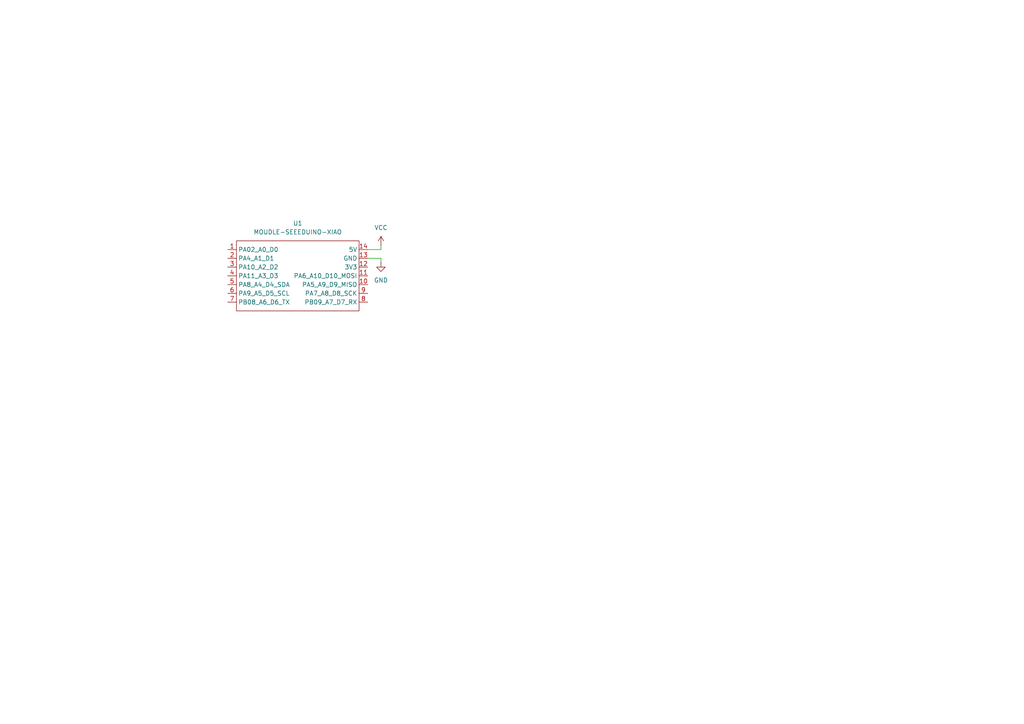
<source format=kicad_sch>
(kicad_sch (version 20231120) (generator "eeschema") (generator_version "8.0")
  (paper "A4")
  (lib_symbols
    (symbol "MOUDLE-SEEEDUINO-XIAO:MOUDLE-SEEEDUINO-XIAO"
      (property "Reference" "U" (at -16.51 11.43 0))
      (property "Value" "MOUDLE-SEEEDUINO-XIAO" (at -3.81 -11.43 0))
      (symbol "MOUDLE-SEEEDUINO-XIAO_0_1"
        (rectangle (start -16.51 10.16) (end 19.05 -10.16))
      )
      (symbol "MOUDLE-SEEEDUINO-XIAO_1_1"
        (pin passive line (at -19.05 7.62 0) (length 2.54) (name "PA02_A0_D0") (number "1"))
        (pin passive line (at 21.59 -2.54 180) (length 2.54) (name "PA5_A9_D9_MISO") (number "10"))
        (pin passive line (at 21.59 0 180) (length 2.54) (name "PA6_A10_D10_MOSI") (number "11"))
        (pin passive line (at 21.59 2.54 180) (length 2.54) (name "3V3") (number "12"))
        (pin passive line (at 21.59 5.08 180) (length 2.54) (name "GND") (number "13"))
        (pin passive line (at 21.59 7.62 180) (length 2.54) (name "5V") (number "14"))
        (pin passive line (at -19.05 5.08 0) (length 2.54) (name "PA4_A1_D1") (number "2"))
        (pin passive line (at -19.05 2.54 0) (length 2.54) (name "PA10_A2_D2") (number "3"))
        (pin passive line (at -19.05 0 0) (length 2.54) (name "PA11_A3_D3") (number "4"))
        (pin passive line (at -19.05 -2.54 0) (length 2.54) (name "PA8_A4_D4_SDA") (number "5"))
        (pin passive line (at -19.05 -5.08 0) (length 2.54) (name "PA9_A5_D5_SCL") (number "6"))
        (pin passive line (at -19.05 -7.62 0) (length 2.54) (name "PB08_A6_D6_TX") (number "7"))
        (pin passive line (at 21.59 -7.62 180) (length 2.54) (name "PB09_A7_D7_RX") (number "8"))
        (pin passive line (at 21.59 -5.08 180) (length 2.54) (name "PA7_A8_D8_SCK") (number "9"))
      )
    )
    (symbol "power:GND" (power) (pin_numbers hide) (pin_names (offset 0) hide)
      (property "Value" "GND" (at 0 -3.81 0))
      (symbol "GND_0_1"
        (polyline (pts (xy 0 0) (xy 0 -1.27) (xy 1.27 -1.27) (xy 0 -2.54) (xy -1.27 -1.27) (xy 0 -1.27)))
      )
      (symbol "GND_1_1"
        (pin power_in line (at 0 0 270) (length 0) (name "~") (number "1"))
      )
    )
    (symbol "power:VCC" (power) (pin_numbers hide) (pin_names (offset 0) hide)
      (property "Value" "VCC" (at 0 3.556 0))
      (symbol "VCC_0_1"
        (polyline (pts (xy -0.762 1.27) (xy 0 2.54)))
        (polyline (pts (xy 0 0) (xy 0 2.54)))
        (polyline (pts (xy 0 2.54) (xy 0.762 1.27)))
      )
      (symbol "VCC_1_1"
        (pin power_in line (at 0 0 90) (length 0) (name "~") (number "1"))
      )
    )
  )
  (wire (pts (xy 110.49 72.39) (xy 110.49 71.12)))
  (wire (pts (xy 110.49 74.93) (xy 110.49 76.2)))
  (wire (pts (xy 106.68 74.93) (xy 110.49 74.93)))
  (wire (pts (xy 106.68 72.39) (xy 110.49 72.39)))
  (symbol (lib_id "power:GND") (at 110.49 76.2 0) (unit 1)
    (property "Reference" "#PWR02" (effects (hide yes)))
    (property "Value" "GND" (at 110.49 81.28 0))
    (property "Description" "Power symbol creates a global label with name \"GND\" , ground" (effects (hide yes)))
  )
  (symbol (lib_id "power:VCC") (at 110.49 71.12 0) (unit 1)
    (property "Reference" "#PWR01" (effects (hide yes)))
    (property "Value" "VCC" (at 110.49 66.04 0))
    (property "Description" "Power symbol creates a global label with name \"VCC\"" (effects (hide yes)))
  )
  (symbol (lib_id "MOUDLE-SEEEDUINO-XIAO:MOUDLE-SEEEDUINO-XIAO") (at 85.09 80.01 0) (unit 1)
    (property "Reference" "U1" (at 86.36 64.77 0))
    (property "Value" "MOUDLE-SEEEDUINO-XIAO" (at 86.36 67.31 0))
  )
)
</source>
